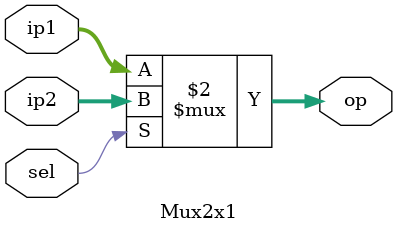
<source format=v>
`timescale 1ns / 1ps


module Mux2x1(
input [31:0] ip1,
input [31:0] ip2,
input sel,
output [31:0] op
    );

assign op = (sel==0)?ip1:ip2;    
    
endmodule

</source>
